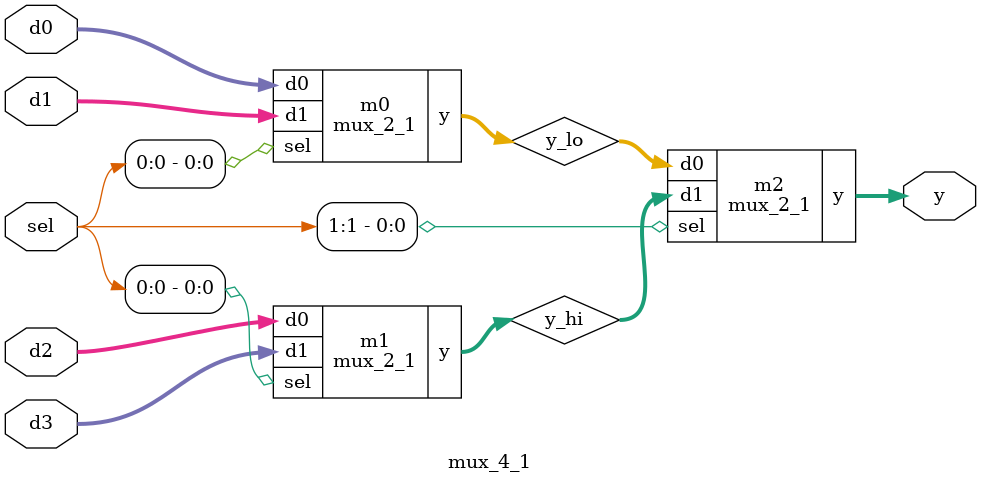
<source format=sv>

module mux_2_1
  (
    input  [3:0] d0, d1,
    input        sel,
    output [3:0] y
  );

  assign y = sel ? d1 : d0;

endmodule

//----------------------------------------------------------------------------
// Task
//----------------------------------------------------------------------------

module mux_4_1
  (
    input  [3:0] d0, d1, d2, d3,
    input  [1:0] sel,
    output [3:0] y
  );

  // Task:
  // Implement mux_4_1 using three instances of mux_2_1
  wire [3:0] y_lo, y_hi;

  mux_2_1 m0 (.d0(d0), .d1(d1), .sel(sel[0]), .y(y_lo));
  mux_2_1 m1 (.d0(d2), .d1(d3), .sel(sel[0]), .y(y_hi));
  mux_2_1 m2 (.d0(y_lo), .d1(y_hi), .sel(sel[1]), .y(y));
endmodule

</source>
